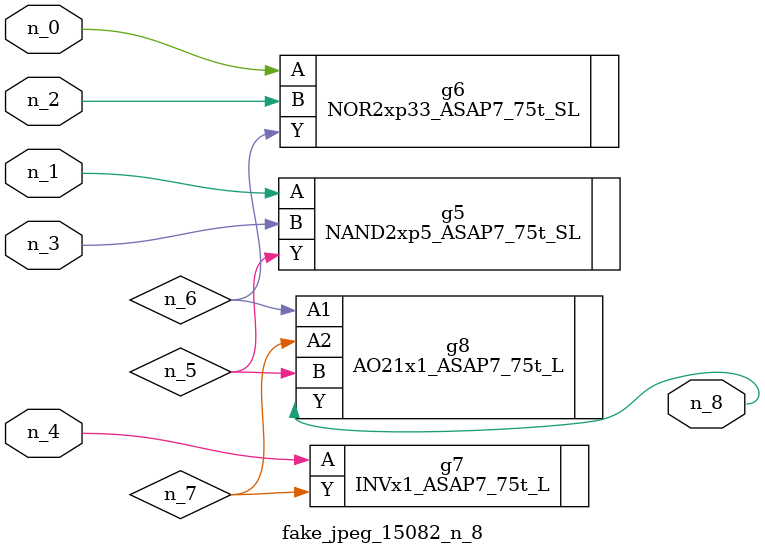
<source format=v>
module fake_jpeg_15082_n_8 (n_3, n_2, n_1, n_0, n_4, n_8);

input n_3;
input n_2;
input n_1;
input n_0;
input n_4;

output n_8;

wire n_6;
wire n_5;
wire n_7;

NAND2xp5_ASAP7_75t_SL g5 ( 
.A(n_1),
.B(n_3),
.Y(n_5)
);

NOR2xp33_ASAP7_75t_SL g6 ( 
.A(n_0),
.B(n_2),
.Y(n_6)
);

INVx1_ASAP7_75t_L g7 ( 
.A(n_4),
.Y(n_7)
);

AO21x1_ASAP7_75t_L g8 ( 
.A1(n_6),
.A2(n_7),
.B(n_5),
.Y(n_8)
);


endmodule
</source>
